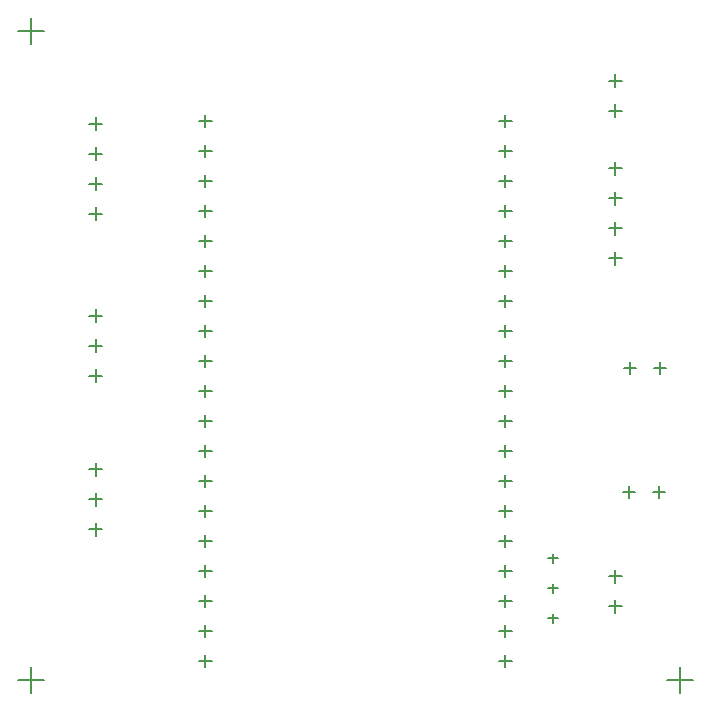
<source format=gbr>
G04*
G04 #@! TF.GenerationSoftware,Altium Limited,Altium Designer,22.4.2 (48)*
G04*
G04 Layer_Color=128*
%FSLAX44Y44*%
%MOMM*%
G71*
G04*
G04 #@! TF.SameCoordinates,401EAB3C-69B4-4000-897E-A26D65C5C49B*
G04*
G04*
G04 #@! TF.FilePolarity,Positive*
G04*
G01*
G75*
%ADD11C,0.1270*%
D11*
X74500Y496440D02*
X85500D01*
X80000Y490940D02*
Y501940D01*
X74500Y420240D02*
X85500D01*
X80000Y414740D02*
Y425740D01*
X74500Y445640D02*
X85500D01*
X80000Y440140D02*
Y451140D01*
X74500Y471040D02*
X85500D01*
X80000Y465540D02*
Y476540D01*
X74500Y333740D02*
X85500D01*
X80000Y328240D02*
Y339240D01*
X74500Y308340D02*
X85500D01*
X80000Y302840D02*
Y313840D01*
X74500Y282940D02*
X85500D01*
X80000Y277440D02*
Y288440D01*
X74500Y203740D02*
X85500D01*
X80000Y198240D02*
Y209240D01*
X74500Y178340D02*
X85500D01*
X80000Y172840D02*
Y183840D01*
X74500Y152940D02*
X85500D01*
X80000Y147440D02*
Y158440D01*
X552700Y289560D02*
X562700D01*
X557700Y284560D02*
Y294560D01*
X527300Y289560D02*
X537300D01*
X532300Y284560D02*
Y294560D01*
X526300Y184150D02*
X536300D01*
X531300Y179150D02*
Y189150D01*
X551700Y184150D02*
X561700D01*
X556700Y179150D02*
Y189150D01*
X514500Y532700D02*
X525500D01*
X520000Y527200D02*
Y538200D01*
X514500Y507300D02*
X525500D01*
X520000Y501800D02*
Y512800D01*
X514500Y382270D02*
X525500D01*
X520000Y376770D02*
Y387770D01*
X514500Y458470D02*
X525500D01*
X520000Y452970D02*
Y463970D01*
X514500Y433070D02*
X525500D01*
X520000Y427570D02*
Y438570D01*
X514500Y407670D02*
X525500D01*
X520000Y402170D02*
Y413170D01*
X167900Y498500D02*
X178100D01*
X173000Y493400D02*
Y503600D01*
X167900Y473100D02*
X178100D01*
X173000Y468000D02*
Y478200D01*
X167900Y447700D02*
X178100D01*
X173000Y442600D02*
Y452800D01*
X167900Y422300D02*
X178100D01*
X173000Y417200D02*
Y427400D01*
X167900Y396900D02*
X178100D01*
X173000Y391800D02*
Y402000D01*
X167900Y371500D02*
X178100D01*
X173000Y366400D02*
Y376600D01*
X167900Y346100D02*
X178100D01*
X173000Y341000D02*
Y351200D01*
X167900Y320700D02*
X178100D01*
X173000Y315600D02*
Y325800D01*
X167900Y295300D02*
X178100D01*
X173000Y290200D02*
Y300400D01*
X167900Y269900D02*
X178100D01*
X173000Y264800D02*
Y275000D01*
X167900Y244500D02*
X178100D01*
X173000Y239400D02*
Y249600D01*
X167900Y219100D02*
X178100D01*
X173000Y214000D02*
Y224200D01*
X167900Y193700D02*
X178100D01*
X173000Y188600D02*
Y198800D01*
X167900Y168300D02*
X178100D01*
X173000Y163200D02*
Y173400D01*
X167900Y142900D02*
X178100D01*
X173000Y137800D02*
Y148000D01*
X167900Y117500D02*
X178100D01*
X173000Y112400D02*
Y122600D01*
X167900Y92100D02*
X178100D01*
X173000Y87000D02*
Y97200D01*
X167900Y66700D02*
X178100D01*
X173000Y61600D02*
Y71800D01*
X167900Y41300D02*
X178100D01*
X173000Y36200D02*
Y46400D01*
X421900Y41300D02*
X432100D01*
X427000Y36200D02*
Y46400D01*
X421900Y66700D02*
X432100D01*
X427000Y61600D02*
Y71800D01*
X421900Y92100D02*
X432100D01*
X427000Y87000D02*
Y97200D01*
X421900Y117500D02*
X432100D01*
X427000Y112400D02*
Y122600D01*
X421900Y142900D02*
X432100D01*
X427000Y137800D02*
Y148000D01*
X421900Y168300D02*
X432100D01*
X427000Y163200D02*
Y173400D01*
X421900Y193700D02*
X432100D01*
X427000Y188600D02*
Y198800D01*
X421900Y219100D02*
X432100D01*
X427000Y214000D02*
Y224200D01*
X421900Y244500D02*
X432100D01*
X427000Y239400D02*
Y249600D01*
X421900Y269900D02*
X432100D01*
X427000Y264800D02*
Y275000D01*
X421900Y295300D02*
X432100D01*
X427000Y290200D02*
Y300400D01*
X421900Y320700D02*
X432100D01*
X427000Y315600D02*
Y325800D01*
X421900Y346100D02*
X432100D01*
X427000Y341000D02*
Y351200D01*
X421900Y371500D02*
X432100D01*
X427000Y366400D02*
Y376600D01*
X421900Y396900D02*
X432100D01*
X427000Y391800D02*
Y402000D01*
X421900Y422300D02*
X432100D01*
X427000Y417200D02*
Y427400D01*
X421900Y447700D02*
X432100D01*
X427000Y442600D02*
Y452800D01*
X421900Y473100D02*
X432100D01*
X427000Y468000D02*
Y478200D01*
X421900Y498500D02*
X432100D01*
X427000Y493400D02*
Y503600D01*
X14000Y25000D02*
X36000D01*
X25000Y14000D02*
Y36000D01*
X564000Y25000D02*
X586000D01*
X575000Y14000D02*
Y36000D01*
X14000Y575000D02*
X36000D01*
X25000Y564000D02*
Y586000D01*
X514500Y113030D02*
X525500D01*
X520000Y107530D02*
Y118530D01*
X514500Y87630D02*
X525500D01*
X520000Y82130D02*
Y93130D01*
X463410Y128270D02*
X471310D01*
X467360Y124320D02*
Y132220D01*
X463410Y102870D02*
X471310D01*
X467360Y98920D02*
Y106820D01*
X463410Y77470D02*
X471310D01*
X467360Y73520D02*
Y81420D01*
M02*

</source>
